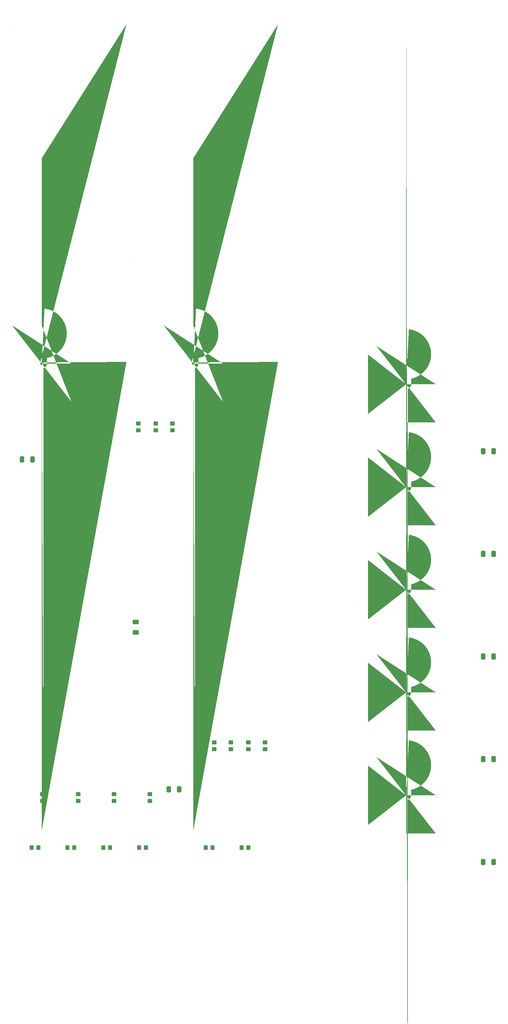
<source format=gtp>
G04 #@! TF.GenerationSoftware,KiCad,Pcbnew,7.0.7*
G04 #@! TF.CreationDate,2023-12-01T16:50:22+01:00*
G04 #@! TF.ProjectId,AudioController,41756469-6f43-46f6-9e74-726f6c6c6572,rev?*
G04 #@! TF.SameCoordinates,Original*
G04 #@! TF.FileFunction,Paste,Top*
G04 #@! TF.FilePolarity,Positive*
%FSLAX46Y46*%
G04 Gerber Fmt 4.6, Leading zero omitted, Abs format (unit mm)*
G04 Created by KiCad (PCBNEW 7.0.7) date 2023-12-01 16:50:22*
%MOMM*%
%LPD*%
G01*
G04 APERTURE LIST*
G04 Aperture macros list*
%AMRoundRect*
0 Rectangle with rounded corners*
0 $1 Rounding radius*
0 $2 $3 $4 $5 $6 $7 $8 $9 X,Y pos of 4 corners*
0 Add a 4 corners polygon primitive as box body*
4,1,4,$2,$3,$4,$5,$6,$7,$8,$9,$2,$3,0*
0 Add four circle primitives for the rounded corners*
1,1,$1+$1,$2,$3*
1,1,$1+$1,$4,$5*
1,1,$1+$1,$6,$7*
1,1,$1+$1,$8,$9*
0 Add four rect primitives between the rounded corners*
20,1,$1+$1,$2,$3,$4,$5,0*
20,1,$1+$1,$4,$5,$6,$7,0*
20,1,$1+$1,$6,$7,$8,$9,0*
20,1,$1+$1,$8,$9,$2,$3,0*%
%AMFreePoly0*
4,1,189,0.820284,16.455007,1.362276,16.375243,1.897000,16.256128,2.421603,16.098298,2.933285,15.902596,3.429317,15.670066,3.907053,15.401948,4.363942,15.099673,4.797548,14.764854,5.205556,14.399276,5.585791,14.004891,5.936224,13.583803,6.254984,13.138258,6.540371,12.670634,6.790862,12.183425,7.005121,11.679232,7.182004,11.160743,7.320569,10.630726,7.420075,10.092009,7.479992,9.547465,
7.500000,9.000000,7.479992,8.452535,7.420075,7.907991,7.320569,7.369274,7.182004,6.839257,7.005121,6.320768,6.790862,5.816575,6.540371,5.329366,6.254984,4.861742,5.936224,4.416197,5.585791,3.995109,5.205556,3.600724,4.797548,3.235146,4.363942,2.900327,3.907053,2.598052,3.429317,2.329934,2.933285,2.097404,2.421603,1.901702,1.897000,1.743872,1.500000,1.655436,
1.500000,0.000000,1.479542,-0.246892,1.418726,-0.487049,1.319211,-0.713921,1.183711,-0.921319,1.015922,-1.103586,0.820422,-1.255750,0.602543,-1.373660,0.500000,-1.408862,0.500000,-5.000000,0.479746,-5.140866,0.420627,-5.270320,0.327430,-5.377875,0.207708,-5.454816,0.071157,-5.494911,-0.071157,-5.494911,-0.207708,-5.454816,-0.327430,-5.377875,-0.420627,-5.270320,-0.479746,-5.140866,
-0.500000,-5.000000,-0.500000,-1.408862,-0.602543,-1.373660,-0.820422,-1.255750,-1.015922,-1.103586,-1.183711,-0.921319,-1.319211,-0.713921,-1.418726,-0.487049,-1.479542,-0.246892,-1.500000,0.000000,-1.500000,1.655436,-1.897000,1.743872,-2.421603,1.901702,-2.933285,2.097404,-3.429317,2.329934,-3.907053,2.598052,-4.363942,2.900327,-4.797548,3.235146,-5.205556,3.600724,-5.585791,3.995109,
-5.936224,4.416197,-6.254984,4.861742,-6.540371,5.329366,-6.790862,5.816575,-7.005121,6.320768,-7.182004,6.839257,-7.320569,7.369274,-7.420075,7.907991,-7.479992,8.452535,-7.500000,9.000000,-5.504960,9.000000,-5.485128,8.533147,-5.425776,8.069657,-5.327331,7.612871,-5.190503,7.166079,-5.016276,6.732500,-4.805908,6.315259,-4.560912,5.917361,-4.283056,5.541674,-3.974339,5.190904,
-3.636988,4.867579,-3.273432,4.574028,-2.886291,4.312366,-2.478354,4.084479,-2.052560,3.892008,-1.611978,3.736340,-1.159781,3.618598,-0.699228,3.539628,-0.233637,3.500000,0.233637,3.500000,0.699228,3.539628,1.159781,3.618598,1.611978,3.736340,2.052560,3.892008,2.478354,4.084479,2.886291,4.312366,3.273432,4.574028,3.636988,4.867579,3.974339,5.190904,4.283056,5.541674,
4.560912,5.917361,4.805908,6.315259,5.016276,6.732500,5.190503,7.166079,5.327331,7.612871,5.425776,8.069657,5.485128,8.533147,5.504960,9.000000,5.485128,9.466853,5.425776,9.930343,5.327331,10.387129,5.190503,10.833921,5.016276,11.267500,4.805908,11.684741,4.560912,12.082639,4.283056,12.458326,3.974339,12.809096,3.636988,13.132421,3.273432,13.425972,2.886291,13.687634,
2.478354,13.915521,2.052560,14.107992,1.611978,14.263660,1.159781,14.381402,0.699228,14.460372,0.233637,14.500000,-0.233637,14.500000,-0.699228,14.460372,-1.159781,14.381402,-1.611978,14.263660,-2.052560,14.107992,-2.478354,13.915521,-2.886291,13.687634,-3.273432,13.425972,-3.636988,13.132421,-3.974339,12.809096,-4.283056,12.458326,-4.560912,12.082639,-4.805908,11.684741,-5.016276,11.267500,
-5.190503,10.833921,-5.327331,10.387129,-5.425776,9.930343,-5.485128,9.466853,-5.504960,9.000000,-7.500000,9.000000,-7.479992,9.547465,-7.420075,10.092009,-7.320569,10.630726,-7.182004,11.160743,-7.005121,11.679232,-6.790862,12.183425,-6.540371,12.670634,-6.254984,13.138258,-5.936224,13.583803,-5.585791,14.004891,-5.205556,14.399276,-4.797548,14.764854,-4.363942,15.099673,-3.907053,15.401948,
-3.429317,15.670066,-2.933285,15.902596,-2.421603,16.098298,-1.897000,16.256128,-1.362276,16.375243,-0.820284,16.455007,-0.273915,16.494996,0.273915,16.494996,0.820284,16.455007,0.820284,16.455007,$1*%
G04 Aperture macros list end*
%ADD10RoundRect,0.250000X-0.350000X-0.450000X0.350000X-0.450000X0.350000X0.450000X-0.350000X0.450000X0*%
%ADD11RoundRect,0.250000X-0.412500X-0.650000X0.412500X-0.650000X0.412500X0.650000X-0.412500X0.650000X0*%
%ADD12FreePoly0,270.000000*%
%ADD13FreePoly0,180.000000*%
%ADD14RoundRect,0.250000X-0.450000X0.350000X-0.450000X-0.350000X0.450000X-0.350000X0.450000X0.350000X0*%
%ADD15RoundRect,0.250000X0.450000X-0.350000X0.450000X0.350000X-0.450000X0.350000X-0.450000X-0.350000X0*%
%ADD16RoundRect,0.250000X0.412500X0.650000X-0.412500X0.650000X-0.412500X-0.650000X0.412500X-0.650000X0*%
%ADD17RoundRect,0.250000X0.650000X-0.412500X0.650000X0.412500X-0.650000X0.412500X-0.650000X-0.412500X0*%
G04 APERTURE END LIST*
D10*
X146250000Y-207750000D03*
X148250000Y-207750000D03*
D11*
X281750000Y-181250000D03*
X284875000Y-181250000D03*
D12*
X194784000Y-62750000D03*
D13*
X258625000Y-99733000D03*
D10*
X178500000Y-207750000D03*
X180500000Y-207750000D03*
D14*
X171000000Y-191750000D03*
X171000000Y-193750000D03*
D13*
X258625000Y-192031000D03*
X258625000Y-161271000D03*
D11*
X281687500Y-150500000D03*
X284812500Y-150500000D03*
D15*
X188500000Y-82750000D03*
X188500000Y-80750000D03*
D10*
X167750000Y-207750000D03*
X169750000Y-207750000D03*
D14*
X206000000Y-176225000D03*
X206000000Y-178225000D03*
D10*
X209250000Y-207750000D03*
X211250000Y-207750000D03*
D13*
X258625000Y-68983000D03*
D10*
X157000000Y-207750000D03*
X159000000Y-207750000D03*
D11*
X281687500Y-89000000D03*
X284812500Y-89000000D03*
D14*
X181750000Y-191725000D03*
X181750000Y-193725000D03*
D16*
X190500000Y-190250000D03*
X187375000Y-190250000D03*
X146500000Y-91500000D03*
X143375000Y-91500000D03*
D17*
X177500000Y-143312500D03*
X177500000Y-140187500D03*
D15*
X183500000Y-82750000D03*
X183500000Y-80750000D03*
X178250000Y-82750000D03*
X178250000Y-80750000D03*
D10*
X198500000Y-207750000D03*
X200500000Y-207750000D03*
D14*
X149500000Y-191750000D03*
X149500000Y-193750000D03*
D11*
X281750000Y-212000000D03*
X284875000Y-212000000D03*
D12*
X149284000Y-62750000D03*
D14*
X160250000Y-191750000D03*
X160250000Y-193750000D03*
X201000000Y-176250000D03*
X201000000Y-178250000D03*
X211250000Y-176250000D03*
X211250000Y-178250000D03*
D13*
X258625000Y-130483000D03*
D11*
X281750000Y-119750000D03*
X284875000Y-119750000D03*
D14*
X216250000Y-176225000D03*
X216250000Y-178225000D03*
M02*

</source>
